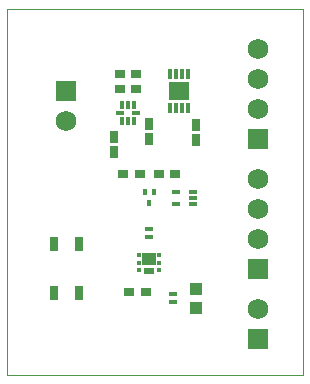
<source format=gts>
G75*
%MOIN*%
%OFA0B0*%
%FSLAX25Y25*%
%IPPOS*%
%LPD*%
%AMOC8*
5,1,8,0,0,1.08239X$1,22.5*
%
%ADD10C,0.00000*%
%ADD11R,0.04337X0.04337*%
%ADD12R,0.02756X0.01772*%
%ADD13R,0.02953X0.04528*%
%ADD14R,0.03550X0.03156*%
%ADD15R,0.01378X0.02559*%
%ADD16R,0.02756X0.01575*%
%ADD17R,0.03156X0.04042*%
%ADD18R,0.03543X0.02283*%
%ADD19R,0.04528X0.04134*%
%ADD20R,0.01476X0.01575*%
%ADD21R,0.01772X0.01969*%
%ADD22R,0.03031X0.01575*%
%ADD23R,0.01378X0.03740*%
%ADD24R,0.06693X0.06299*%
%ADD25R,0.06900X0.06900*%
%ADD26C,0.06900*%
D10*
X0020469Y0005737D02*
X0020469Y0127784D01*
X0118894Y0127784D01*
X0118894Y0005737D01*
X0020469Y0005737D01*
D11*
X0083461Y0028178D03*
X0083461Y0034477D03*
D12*
X0075587Y0032607D03*
X0075587Y0030048D03*
X0067713Y0051702D03*
X0067713Y0054261D03*
D13*
X0044386Y0049339D03*
X0035922Y0049339D03*
X0035922Y0033001D03*
X0044386Y0033001D03*
D14*
X0061020Y0033296D03*
X0066532Y0033296D03*
X0064564Y0072666D03*
X0059052Y0072666D03*
X0070863Y0072666D03*
X0076375Y0072666D03*
X0063383Y0101013D03*
X0063383Y0106131D03*
X0057871Y0106131D03*
X0057871Y0101013D03*
D15*
X0058638Y0095796D03*
X0060627Y0095796D03*
X0062615Y0095796D03*
X0062575Y0090481D03*
X0060607Y0090481D03*
X0058638Y0090481D03*
D16*
X0058068Y0093139D03*
X0063186Y0093139D03*
D17*
X0067713Y0089398D03*
X0067713Y0084280D03*
X0055902Y0085068D03*
X0055902Y0079950D03*
X0083461Y0083887D03*
X0083461Y0089005D03*
D18*
X0067713Y0040383D03*
D19*
X0067713Y0044418D03*
D20*
X0064318Y0043139D03*
X0064318Y0045698D03*
X0064318Y0040580D03*
X0071109Y0040580D03*
X0071109Y0043139D03*
X0071109Y0045698D03*
D21*
X0067713Y0063020D03*
X0066237Y0066564D03*
X0069190Y0066564D03*
D22*
X0076631Y0066761D03*
X0076631Y0062824D03*
X0082418Y0062824D03*
X0082418Y0064792D03*
X0082418Y0066761D03*
D23*
X0080509Y0094517D03*
X0078540Y0094517D03*
X0076572Y0094517D03*
X0074603Y0094517D03*
X0074603Y0105934D03*
X0076572Y0105934D03*
X0078540Y0105934D03*
X0080509Y0105934D03*
D24*
X0077556Y0100225D03*
D25*
X0103934Y0084477D03*
X0103934Y0041170D03*
X0103934Y0017548D03*
X0040154Y0100225D03*
D26*
X0040154Y0090225D03*
X0103934Y0094477D03*
X0103934Y0104477D03*
X0103934Y0114477D03*
X0103934Y0071170D03*
X0103934Y0061170D03*
X0103934Y0051170D03*
X0103934Y0027548D03*
M02*

</source>
